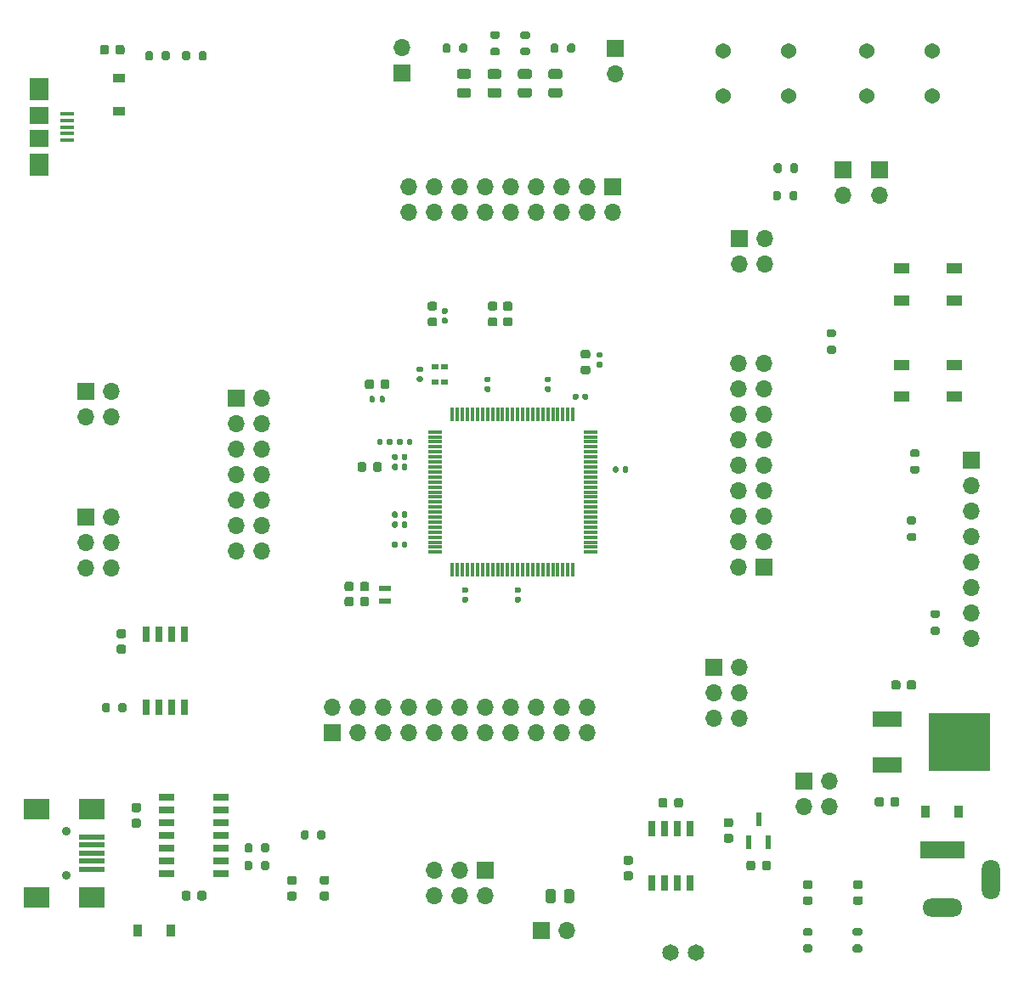
<source format=gbr>
G04 #@! TF.GenerationSoftware,KiCad,Pcbnew,(5.1.8)-1*
G04 #@! TF.CreationDate,2021-10-17T21:26:55-06:00*
G04 #@! TF.ProjectId,SAMduino,53414d64-7569-46e6-9f2e-6b696361645f,rev?*
G04 #@! TF.SameCoordinates,Original*
G04 #@! TF.FileFunction,Soldermask,Top*
G04 #@! TF.FilePolarity,Negative*
%FSLAX46Y46*%
G04 Gerber Fmt 4.6, Leading zero omitted, Abs format (unit mm)*
G04 Created by KiCad (PCBNEW (5.1.8)-1) date 2021-10-17 21:26:55*
%MOMM*%
%LPD*%
G01*
G04 APERTURE LIST*
%ADD10R,1.200000X0.600000*%
%ADD11R,0.700000X0.500000*%
%ADD12R,0.700000X0.600000*%
%ADD13R,1.550000X1.000000*%
%ADD14C,1.540000*%
%ADD15O,1.700000X1.700000*%
%ADD16R,1.700000X1.700000*%
%ADD17C,1.650000*%
%ADD18C,0.900000*%
%ADD19R,2.500000X0.500000*%
%ADD20R,2.500000X2.000000*%
%ADD21R,1.400000X0.400000*%
%ADD22R,1.900000X2.300000*%
%ADD23R,1.900000X1.800000*%
%ADD24R,4.400000X1.800000*%
%ADD25O,4.000000X1.800000*%
%ADD26O,1.800000X4.000000*%
%ADD27R,0.650000X1.500000*%
%ADD28R,1.500000X0.650000*%
%ADD29R,0.700000X1.550000*%
%ADD30R,3.000000X1.600000*%
%ADD31R,6.200000X5.800000*%
%ADD32R,0.600000X1.400000*%
%ADD33R,0.300000X1.475000*%
%ADD34R,1.475000X0.300000*%
%ADD35R,0.900000X1.200000*%
%ADD36R,1.200000X0.900000*%
G04 APERTURE END LIST*
D10*
X70500000Y-112100000D03*
X70500000Y-110900000D03*
G36*
G01*
X62925000Y-135175000D02*
X62925000Y-135725000D01*
G75*
G02*
X62725000Y-135925000I-200000J0D01*
G01*
X62325000Y-135925000D01*
G75*
G02*
X62125000Y-135725000I0J200000D01*
G01*
X62125000Y-135175000D01*
G75*
G02*
X62325000Y-134975000I200000J0D01*
G01*
X62725000Y-134975000D01*
G75*
G02*
X62925000Y-135175000I0J-200000D01*
G01*
G37*
G36*
G01*
X64575000Y-135175000D02*
X64575000Y-135725000D01*
G75*
G02*
X64375000Y-135925000I-200000J0D01*
G01*
X63975000Y-135925000D01*
G75*
G02*
X63775000Y-135725000I0J200000D01*
G01*
X63775000Y-135175000D01*
G75*
G02*
X63975000Y-134975000I200000J0D01*
G01*
X64375000Y-134975000D01*
G75*
G02*
X64575000Y-135175000I0J-200000D01*
G01*
G37*
D11*
X76475000Y-88725000D03*
X76475000Y-90275000D03*
X75525000Y-90275000D03*
D12*
X75525000Y-88775000D03*
D13*
X122025000Y-78950000D03*
X127275000Y-78950000D03*
X122025000Y-82150000D03*
X127275000Y-82150000D03*
X122025000Y-88550000D03*
X127275000Y-88550000D03*
X122025000Y-91750000D03*
X127275000Y-91750000D03*
D14*
X104250000Y-57250000D03*
X110750000Y-57250000D03*
X104250000Y-61750000D03*
X110750000Y-61750000D03*
X118550000Y-57250000D03*
X125050000Y-57250000D03*
X118550000Y-61750000D03*
X125050000Y-61750000D03*
G36*
G01*
X112375000Y-146375000D02*
X112925000Y-146375000D01*
G75*
G02*
X113125000Y-146575000I0J-200000D01*
G01*
X113125000Y-146975000D01*
G75*
G02*
X112925000Y-147175000I-200000J0D01*
G01*
X112375000Y-147175000D01*
G75*
G02*
X112175000Y-146975000I0J200000D01*
G01*
X112175000Y-146575000D01*
G75*
G02*
X112375000Y-146375000I200000J0D01*
G01*
G37*
G36*
G01*
X112375000Y-144725000D02*
X112925000Y-144725000D01*
G75*
G02*
X113125000Y-144925000I0J-200000D01*
G01*
X113125000Y-145325000D01*
G75*
G02*
X112925000Y-145525000I-200000J0D01*
G01*
X112375000Y-145525000D01*
G75*
G02*
X112175000Y-145325000I0J200000D01*
G01*
X112175000Y-144925000D01*
G75*
G02*
X112375000Y-144725000I200000J0D01*
G01*
G37*
G36*
G01*
X117325000Y-146375000D02*
X117875000Y-146375000D01*
G75*
G02*
X118075000Y-146575000I0J-200000D01*
G01*
X118075000Y-146975000D01*
G75*
G02*
X117875000Y-147175000I-200000J0D01*
G01*
X117325000Y-147175000D01*
G75*
G02*
X117125000Y-146975000I0J200000D01*
G01*
X117125000Y-146575000D01*
G75*
G02*
X117325000Y-146375000I200000J0D01*
G01*
G37*
G36*
G01*
X117325000Y-144725000D02*
X117875000Y-144725000D01*
G75*
G02*
X118075000Y-144925000I0J-200000D01*
G01*
X118075000Y-145325000D01*
G75*
G02*
X117875000Y-145525000I-200000J0D01*
G01*
X117325000Y-145525000D01*
G75*
G02*
X117125000Y-145325000I0J200000D01*
G01*
X117125000Y-144925000D01*
G75*
G02*
X117325000Y-144725000I200000J0D01*
G01*
G37*
G36*
G01*
X122725000Y-105325000D02*
X123275000Y-105325000D01*
G75*
G02*
X123475000Y-105525000I0J-200000D01*
G01*
X123475000Y-105925000D01*
G75*
G02*
X123275000Y-106125000I-200000J0D01*
G01*
X122725000Y-106125000D01*
G75*
G02*
X122525000Y-105925000I0J200000D01*
G01*
X122525000Y-105525000D01*
G75*
G02*
X122725000Y-105325000I200000J0D01*
G01*
G37*
G36*
G01*
X122725000Y-103675000D02*
X123275000Y-103675000D01*
G75*
G02*
X123475000Y-103875000I0J-200000D01*
G01*
X123475000Y-104275000D01*
G75*
G02*
X123275000Y-104475000I-200000J0D01*
G01*
X122725000Y-104475000D01*
G75*
G02*
X122525000Y-104275000I0J200000D01*
G01*
X122525000Y-103875000D01*
G75*
G02*
X122725000Y-103675000I200000J0D01*
G01*
G37*
G36*
G01*
X123575000Y-97775000D02*
X123025000Y-97775000D01*
G75*
G02*
X122825000Y-97575000I0J200000D01*
G01*
X122825000Y-97175000D01*
G75*
G02*
X123025000Y-96975000I200000J0D01*
G01*
X123575000Y-96975000D01*
G75*
G02*
X123775000Y-97175000I0J-200000D01*
G01*
X123775000Y-97575000D01*
G75*
G02*
X123575000Y-97775000I-200000J0D01*
G01*
G37*
G36*
G01*
X123575000Y-99425000D02*
X123025000Y-99425000D01*
G75*
G02*
X122825000Y-99225000I0J200000D01*
G01*
X122825000Y-98825000D01*
G75*
G02*
X123025000Y-98625000I200000J0D01*
G01*
X123575000Y-98625000D01*
G75*
G02*
X123775000Y-98825000I0J-200000D01*
G01*
X123775000Y-99225000D01*
G75*
G02*
X123575000Y-99425000I-200000J0D01*
G01*
G37*
G36*
G01*
X109975000Y-71425000D02*
X109975000Y-71975000D01*
G75*
G02*
X109775000Y-72175000I-200000J0D01*
G01*
X109375000Y-72175000D01*
G75*
G02*
X109175000Y-71975000I0J200000D01*
G01*
X109175000Y-71425000D01*
G75*
G02*
X109375000Y-71225000I200000J0D01*
G01*
X109775000Y-71225000D01*
G75*
G02*
X109975000Y-71425000I0J-200000D01*
G01*
G37*
G36*
G01*
X111625000Y-71425000D02*
X111625000Y-71975000D01*
G75*
G02*
X111425000Y-72175000I-200000J0D01*
G01*
X111025000Y-72175000D01*
G75*
G02*
X110825000Y-71975000I0J200000D01*
G01*
X110825000Y-71425000D01*
G75*
G02*
X111025000Y-71225000I200000J0D01*
G01*
X111425000Y-71225000D01*
G75*
G02*
X111625000Y-71425000I0J-200000D01*
G01*
G37*
G36*
G01*
X110050000Y-68675000D02*
X110050000Y-69225000D01*
G75*
G02*
X109850000Y-69425000I-200000J0D01*
G01*
X109450000Y-69425000D01*
G75*
G02*
X109250000Y-69225000I0J200000D01*
G01*
X109250000Y-68675000D01*
G75*
G02*
X109450000Y-68475000I200000J0D01*
G01*
X109850000Y-68475000D01*
G75*
G02*
X110050000Y-68675000I0J-200000D01*
G01*
G37*
G36*
G01*
X111700000Y-68675000D02*
X111700000Y-69225000D01*
G75*
G02*
X111500000Y-69425000I-200000J0D01*
G01*
X111100000Y-69425000D01*
G75*
G02*
X110900000Y-69225000I0J200000D01*
G01*
X110900000Y-68675000D01*
G75*
G02*
X111100000Y-68475000I200000J0D01*
G01*
X111500000Y-68475000D01*
G75*
G02*
X111700000Y-68675000I0J-200000D01*
G01*
G37*
G36*
G01*
X115275000Y-85825000D02*
X114725000Y-85825000D01*
G75*
G02*
X114525000Y-85625000I0J200000D01*
G01*
X114525000Y-85225000D01*
G75*
G02*
X114725000Y-85025000I200000J0D01*
G01*
X115275000Y-85025000D01*
G75*
G02*
X115475000Y-85225000I0J-200000D01*
G01*
X115475000Y-85625000D01*
G75*
G02*
X115275000Y-85825000I-200000J0D01*
G01*
G37*
G36*
G01*
X115275000Y-87475000D02*
X114725000Y-87475000D01*
G75*
G02*
X114525000Y-87275000I0J200000D01*
G01*
X114525000Y-86875000D01*
G75*
G02*
X114725000Y-86675000I200000J0D01*
G01*
X115275000Y-86675000D01*
G75*
G02*
X115475000Y-86875000I0J-200000D01*
G01*
X115475000Y-87275000D01*
G75*
G02*
X115275000Y-87475000I-200000J0D01*
G01*
G37*
G36*
G01*
X87825000Y-56725000D02*
X87825000Y-57275000D01*
G75*
G02*
X87625000Y-57475000I-200000J0D01*
G01*
X87225000Y-57475000D01*
G75*
G02*
X87025000Y-57275000I0J200000D01*
G01*
X87025000Y-56725000D01*
G75*
G02*
X87225000Y-56525000I200000J0D01*
G01*
X87625000Y-56525000D01*
G75*
G02*
X87825000Y-56725000I0J-200000D01*
G01*
G37*
G36*
G01*
X89475000Y-56725000D02*
X89475000Y-57275000D01*
G75*
G02*
X89275000Y-57475000I-200000J0D01*
G01*
X88875000Y-57475000D01*
G75*
G02*
X88675000Y-57275000I0J200000D01*
G01*
X88675000Y-56725000D01*
G75*
G02*
X88875000Y-56525000I200000J0D01*
G01*
X89275000Y-56525000D01*
G75*
G02*
X89475000Y-56725000I0J-200000D01*
G01*
G37*
G36*
G01*
X84225000Y-56925000D02*
X84775000Y-56925000D01*
G75*
G02*
X84975000Y-57125000I0J-200000D01*
G01*
X84975000Y-57525000D01*
G75*
G02*
X84775000Y-57725000I-200000J0D01*
G01*
X84225000Y-57725000D01*
G75*
G02*
X84025000Y-57525000I0J200000D01*
G01*
X84025000Y-57125000D01*
G75*
G02*
X84225000Y-56925000I200000J0D01*
G01*
G37*
G36*
G01*
X84225000Y-55275000D02*
X84775000Y-55275000D01*
G75*
G02*
X84975000Y-55475000I0J-200000D01*
G01*
X84975000Y-55875000D01*
G75*
G02*
X84775000Y-56075000I-200000J0D01*
G01*
X84225000Y-56075000D01*
G75*
G02*
X84025000Y-55875000I0J200000D01*
G01*
X84025000Y-55475000D01*
G75*
G02*
X84225000Y-55275000I200000J0D01*
G01*
G37*
G36*
G01*
X81225000Y-56925000D02*
X81775000Y-56925000D01*
G75*
G02*
X81975000Y-57125000I0J-200000D01*
G01*
X81975000Y-57525000D01*
G75*
G02*
X81775000Y-57725000I-200000J0D01*
G01*
X81225000Y-57725000D01*
G75*
G02*
X81025000Y-57525000I0J200000D01*
G01*
X81025000Y-57125000D01*
G75*
G02*
X81225000Y-56925000I200000J0D01*
G01*
G37*
G36*
G01*
X81225000Y-55275000D02*
X81775000Y-55275000D01*
G75*
G02*
X81975000Y-55475000I0J-200000D01*
G01*
X81975000Y-55875000D01*
G75*
G02*
X81775000Y-56075000I-200000J0D01*
G01*
X81225000Y-56075000D01*
G75*
G02*
X81025000Y-55875000I0J200000D01*
G01*
X81025000Y-55475000D01*
G75*
G02*
X81225000Y-55275000I200000J0D01*
G01*
G37*
G36*
G01*
X77925000Y-57275000D02*
X77925000Y-56725000D01*
G75*
G02*
X78125000Y-56525000I200000J0D01*
G01*
X78525000Y-56525000D01*
G75*
G02*
X78725000Y-56725000I0J-200000D01*
G01*
X78725000Y-57275000D01*
G75*
G02*
X78525000Y-57475000I-200000J0D01*
G01*
X78125000Y-57475000D01*
G75*
G02*
X77925000Y-57275000I0J200000D01*
G01*
G37*
G36*
G01*
X76275000Y-57275000D02*
X76275000Y-56725000D01*
G75*
G02*
X76475000Y-56525000I200000J0D01*
G01*
X76875000Y-56525000D01*
G75*
G02*
X77075000Y-56725000I0J-200000D01*
G01*
X77075000Y-57275000D01*
G75*
G02*
X76875000Y-57475000I-200000J0D01*
G01*
X76475000Y-57475000D01*
G75*
G02*
X76275000Y-57275000I0J200000D01*
G01*
G37*
G36*
G01*
X125625000Y-113825000D02*
X125075000Y-113825000D01*
G75*
G02*
X124875000Y-113625000I0J200000D01*
G01*
X124875000Y-113225000D01*
G75*
G02*
X125075000Y-113025000I200000J0D01*
G01*
X125625000Y-113025000D01*
G75*
G02*
X125825000Y-113225000I0J-200000D01*
G01*
X125825000Y-113625000D01*
G75*
G02*
X125625000Y-113825000I-200000J0D01*
G01*
G37*
G36*
G01*
X125625000Y-115475000D02*
X125075000Y-115475000D01*
G75*
G02*
X124875000Y-115275000I0J200000D01*
G01*
X124875000Y-114875000D01*
G75*
G02*
X125075000Y-114675000I200000J0D01*
G01*
X125625000Y-114675000D01*
G75*
G02*
X125825000Y-114875000I0J-200000D01*
G01*
X125825000Y-115275000D01*
G75*
G02*
X125625000Y-115475000I-200000J0D01*
G01*
G37*
G36*
G01*
X88350000Y-142000002D02*
X88350000Y-141099998D01*
G75*
G02*
X88599998Y-140850000I249998J0D01*
G01*
X89125002Y-140850000D01*
G75*
G02*
X89375000Y-141099998I0J-249998D01*
G01*
X89375000Y-142000002D01*
G75*
G02*
X89125002Y-142250000I-249998J0D01*
G01*
X88599998Y-142250000D01*
G75*
G02*
X88350000Y-142000002I0J249998D01*
G01*
G37*
G36*
G01*
X86525000Y-142000002D02*
X86525000Y-141099998D01*
G75*
G02*
X86774998Y-140850000I249998J0D01*
G01*
X87300002Y-140850000D01*
G75*
G02*
X87550000Y-141099998I0J-249998D01*
G01*
X87550000Y-142000002D01*
G75*
G02*
X87300002Y-142250000I-249998J0D01*
G01*
X86774998Y-142250000D01*
G75*
G02*
X86525000Y-142000002I0J249998D01*
G01*
G37*
G36*
G01*
X58175000Y-137025000D02*
X58175000Y-136475000D01*
G75*
G02*
X58375000Y-136275000I200000J0D01*
G01*
X58775000Y-136275000D01*
G75*
G02*
X58975000Y-136475000I0J-200000D01*
G01*
X58975000Y-137025000D01*
G75*
G02*
X58775000Y-137225000I-200000J0D01*
G01*
X58375000Y-137225000D01*
G75*
G02*
X58175000Y-137025000I0J200000D01*
G01*
G37*
G36*
G01*
X56525000Y-137025000D02*
X56525000Y-136475000D01*
G75*
G02*
X56725000Y-136275000I200000J0D01*
G01*
X57125000Y-136275000D01*
G75*
G02*
X57325000Y-136475000I0J-200000D01*
G01*
X57325000Y-137025000D01*
G75*
G02*
X57125000Y-137225000I-200000J0D01*
G01*
X56725000Y-137225000D01*
G75*
G02*
X56525000Y-137025000I0J200000D01*
G01*
G37*
G36*
G01*
X58175000Y-138775000D02*
X58175000Y-138225000D01*
G75*
G02*
X58375000Y-138025000I200000J0D01*
G01*
X58775000Y-138025000D01*
G75*
G02*
X58975000Y-138225000I0J-200000D01*
G01*
X58975000Y-138775000D01*
G75*
G02*
X58775000Y-138975000I-200000J0D01*
G01*
X58375000Y-138975000D01*
G75*
G02*
X58175000Y-138775000I0J200000D01*
G01*
G37*
G36*
G01*
X56525000Y-138775000D02*
X56525000Y-138225000D01*
G75*
G02*
X56725000Y-138025000I200000J0D01*
G01*
X57125000Y-138025000D01*
G75*
G02*
X57325000Y-138225000I0J-200000D01*
G01*
X57325000Y-138775000D01*
G75*
G02*
X57125000Y-138975000I-200000J0D01*
G01*
X56725000Y-138975000D01*
G75*
G02*
X56525000Y-138775000I0J200000D01*
G01*
G37*
G36*
G01*
X43975000Y-123025000D02*
X43975000Y-122475000D01*
G75*
G02*
X44175000Y-122275000I200000J0D01*
G01*
X44575000Y-122275000D01*
G75*
G02*
X44775000Y-122475000I0J-200000D01*
G01*
X44775000Y-123025000D01*
G75*
G02*
X44575000Y-123225000I-200000J0D01*
G01*
X44175000Y-123225000D01*
G75*
G02*
X43975000Y-123025000I0J200000D01*
G01*
G37*
G36*
G01*
X42325000Y-123025000D02*
X42325000Y-122475000D01*
G75*
G02*
X42525000Y-122275000I200000J0D01*
G01*
X42925000Y-122275000D01*
G75*
G02*
X43125000Y-122475000I0J-200000D01*
G01*
X43125000Y-123025000D01*
G75*
G02*
X42925000Y-123225000I-200000J0D01*
G01*
X42525000Y-123225000D01*
G75*
G02*
X42325000Y-123025000I0J200000D01*
G01*
G37*
G36*
G01*
X48275000Y-58025000D02*
X48275000Y-57475000D01*
G75*
G02*
X48475000Y-57275000I200000J0D01*
G01*
X48875000Y-57275000D01*
G75*
G02*
X49075000Y-57475000I0J-200000D01*
G01*
X49075000Y-58025000D01*
G75*
G02*
X48875000Y-58225000I-200000J0D01*
G01*
X48475000Y-58225000D01*
G75*
G02*
X48275000Y-58025000I0J200000D01*
G01*
G37*
G36*
G01*
X46625000Y-58025000D02*
X46625000Y-57475000D01*
G75*
G02*
X46825000Y-57275000I200000J0D01*
G01*
X47225000Y-57275000D01*
G75*
G02*
X47425000Y-57475000I0J-200000D01*
G01*
X47425000Y-58025000D01*
G75*
G02*
X47225000Y-58225000I-200000J0D01*
G01*
X46825000Y-58225000D01*
G75*
G02*
X46625000Y-58025000I0J200000D01*
G01*
G37*
G36*
G01*
X51975000Y-58025000D02*
X51975000Y-57475000D01*
G75*
G02*
X52175000Y-57275000I200000J0D01*
G01*
X52575000Y-57275000D01*
G75*
G02*
X52775000Y-57475000I0J-200000D01*
G01*
X52775000Y-58025000D01*
G75*
G02*
X52575000Y-58225000I-200000J0D01*
G01*
X52175000Y-58225000D01*
G75*
G02*
X51975000Y-58025000I0J200000D01*
G01*
G37*
G36*
G01*
X50325000Y-58025000D02*
X50325000Y-57475000D01*
G75*
G02*
X50525000Y-57275000I200000J0D01*
G01*
X50925000Y-57275000D01*
G75*
G02*
X51125000Y-57475000I0J-200000D01*
G01*
X51125000Y-58025000D01*
G75*
G02*
X50925000Y-58225000I-200000J0D01*
G01*
X50525000Y-58225000D01*
G75*
G02*
X50325000Y-58025000I0J200000D01*
G01*
G37*
G36*
G01*
X69510000Y-91815000D02*
X69510000Y-92185000D01*
G75*
G02*
X69375000Y-92320000I-135000J0D01*
G01*
X69105000Y-92320000D01*
G75*
G02*
X68970000Y-92185000I0J135000D01*
G01*
X68970000Y-91815000D01*
G75*
G02*
X69105000Y-91680000I135000J0D01*
G01*
X69375000Y-91680000D01*
G75*
G02*
X69510000Y-91815000I0J-135000D01*
G01*
G37*
G36*
G01*
X70530000Y-91815000D02*
X70530000Y-92185000D01*
G75*
G02*
X70395000Y-92320000I-135000J0D01*
G01*
X70125000Y-92320000D01*
G75*
G02*
X69990000Y-92185000I0J135000D01*
G01*
X69990000Y-91815000D01*
G75*
G02*
X70125000Y-91680000I135000J0D01*
G01*
X70395000Y-91680000D01*
G75*
G02*
X70530000Y-91815000I0J-135000D01*
G01*
G37*
G36*
G01*
X75506250Y-83150000D02*
X74993750Y-83150000D01*
G75*
G02*
X74775000Y-82931250I0J218750D01*
G01*
X74775000Y-82493750D01*
G75*
G02*
X74993750Y-82275000I218750J0D01*
G01*
X75506250Y-82275000D01*
G75*
G02*
X75725000Y-82493750I0J-218750D01*
G01*
X75725000Y-82931250D01*
G75*
G02*
X75506250Y-83150000I-218750J0D01*
G01*
G37*
G36*
G01*
X75506250Y-84725000D02*
X74993750Y-84725000D01*
G75*
G02*
X74775000Y-84506250I0J218750D01*
G01*
X74775000Y-84068750D01*
G75*
G02*
X74993750Y-83850000I218750J0D01*
G01*
X75506250Y-83850000D01*
G75*
G02*
X75725000Y-84068750I0J-218750D01*
G01*
X75725000Y-84506250D01*
G75*
G02*
X75506250Y-84725000I-218750J0D01*
G01*
G37*
G36*
G01*
X90243750Y-88650000D02*
X90756250Y-88650000D01*
G75*
G02*
X90975000Y-88868750I0J-218750D01*
G01*
X90975000Y-89306250D01*
G75*
G02*
X90756250Y-89525000I-218750J0D01*
G01*
X90243750Y-89525000D01*
G75*
G02*
X90025000Y-89306250I0J218750D01*
G01*
X90025000Y-88868750D01*
G75*
G02*
X90243750Y-88650000I218750J0D01*
G01*
G37*
G36*
G01*
X90243750Y-87075000D02*
X90756250Y-87075000D01*
G75*
G02*
X90975000Y-87293750I0J-218750D01*
G01*
X90975000Y-87731250D01*
G75*
G02*
X90756250Y-87950000I-218750J0D01*
G01*
X90243750Y-87950000D01*
G75*
G02*
X90025000Y-87731250I0J218750D01*
G01*
X90025000Y-87293750D01*
G75*
G02*
X90243750Y-87075000I218750J0D01*
G01*
G37*
G36*
G01*
X68650000Y-98493750D02*
X68650000Y-99006250D01*
G75*
G02*
X68431250Y-99225000I-218750J0D01*
G01*
X67993750Y-99225000D01*
G75*
G02*
X67775000Y-99006250I0J218750D01*
G01*
X67775000Y-98493750D01*
G75*
G02*
X67993750Y-98275000I218750J0D01*
G01*
X68431250Y-98275000D01*
G75*
G02*
X68650000Y-98493750I0J-218750D01*
G01*
G37*
G36*
G01*
X70225000Y-98493750D02*
X70225000Y-99006250D01*
G75*
G02*
X70006250Y-99225000I-218750J0D01*
G01*
X69568750Y-99225000D01*
G75*
G02*
X69350000Y-99006250I0J218750D01*
G01*
X69350000Y-98493750D01*
G75*
G02*
X69568750Y-98275000I218750J0D01*
G01*
X70006250Y-98275000D01*
G75*
G02*
X70225000Y-98493750I0J-218750D01*
G01*
G37*
G36*
G01*
X81506250Y-83150000D02*
X80993750Y-83150000D01*
G75*
G02*
X80775000Y-82931250I0J218750D01*
G01*
X80775000Y-82493750D01*
G75*
G02*
X80993750Y-82275000I218750J0D01*
G01*
X81506250Y-82275000D01*
G75*
G02*
X81725000Y-82493750I0J-218750D01*
G01*
X81725000Y-82931250D01*
G75*
G02*
X81506250Y-83150000I-218750J0D01*
G01*
G37*
G36*
G01*
X81506250Y-84725000D02*
X80993750Y-84725000D01*
G75*
G02*
X80775000Y-84506250I0J218750D01*
G01*
X80775000Y-84068750D01*
G75*
G02*
X80993750Y-83850000I218750J0D01*
G01*
X81506250Y-83850000D01*
G75*
G02*
X81725000Y-84068750I0J-218750D01*
G01*
X81725000Y-84506250D01*
G75*
G02*
X81506250Y-84725000I-218750J0D01*
G01*
G37*
D15*
X128950000Y-115880000D03*
X128950000Y-113340000D03*
X128950000Y-110800000D03*
X128950000Y-108260000D03*
X128950000Y-105720000D03*
X128950000Y-103180000D03*
X128950000Y-100640000D03*
D16*
X128950000Y-98100000D03*
D15*
X105790000Y-123830000D03*
X103250000Y-123830000D03*
X105790000Y-121290000D03*
X103250000Y-121290000D03*
X105790000Y-118750000D03*
D16*
X103250000Y-118750000D03*
D15*
X43290000Y-93790000D03*
X40750000Y-93790000D03*
X43290000Y-91250000D03*
D16*
X40750000Y-91250000D03*
D15*
X75420000Y-141540000D03*
X75420000Y-139000000D03*
X77960000Y-141540000D03*
X77960000Y-139000000D03*
X80500000Y-141540000D03*
D16*
X80500000Y-139000000D03*
D15*
X119800000Y-71690000D03*
D16*
X119800000Y-69150000D03*
D15*
X43290000Y-108790000D03*
X40750000Y-108790000D03*
X43290000Y-106250000D03*
X40750000Y-106250000D03*
X43290000Y-103710000D03*
D16*
X40750000Y-103710000D03*
D15*
X108390000Y-78490000D03*
X105850000Y-78490000D03*
X108390000Y-75950000D03*
D16*
X105850000Y-75950000D03*
D15*
X116150000Y-71690000D03*
D16*
X116150000Y-69150000D03*
D15*
X72900000Y-73390000D03*
X72900000Y-70850000D03*
X75440000Y-73390000D03*
X75440000Y-70850000D03*
X77980000Y-73390000D03*
X77980000Y-70850000D03*
X80520000Y-73390000D03*
X80520000Y-70850000D03*
X83060000Y-73390000D03*
X83060000Y-70850000D03*
X85600000Y-73390000D03*
X85600000Y-70850000D03*
X88140000Y-73390000D03*
X88140000Y-70850000D03*
X90680000Y-73390000D03*
X90680000Y-70850000D03*
X93220000Y-73390000D03*
D16*
X93220000Y-70850000D03*
D15*
X105710000Y-88430000D03*
X108250000Y-88430000D03*
X105710000Y-90970000D03*
X108250000Y-90970000D03*
X105710000Y-93510000D03*
X108250000Y-93510000D03*
X105710000Y-96050000D03*
X108250000Y-96050000D03*
X105710000Y-98590000D03*
X108250000Y-98590000D03*
X105710000Y-101130000D03*
X108250000Y-101130000D03*
X105710000Y-103670000D03*
X108250000Y-103670000D03*
X105710000Y-106210000D03*
X108250000Y-106210000D03*
X105710000Y-108750000D03*
D16*
X108250000Y-108750000D03*
D15*
X90700000Y-122710000D03*
X90700000Y-125250000D03*
X88160000Y-122710000D03*
X88160000Y-125250000D03*
X85620000Y-122710000D03*
X85620000Y-125250000D03*
X83080000Y-122710000D03*
X83080000Y-125250000D03*
X80540000Y-122710000D03*
X80540000Y-125250000D03*
X78000000Y-122710000D03*
X78000000Y-125250000D03*
X75460000Y-122710000D03*
X75460000Y-125250000D03*
X72920000Y-122710000D03*
X72920000Y-125250000D03*
X70380000Y-122710000D03*
X70380000Y-125250000D03*
X67840000Y-122710000D03*
X67840000Y-125250000D03*
X65300000Y-122710000D03*
D16*
X65300000Y-125250000D03*
D15*
X58250000Y-107120000D03*
X55710000Y-107120000D03*
X58250000Y-104580000D03*
X55710000Y-104580000D03*
X58250000Y-102040000D03*
X55710000Y-102040000D03*
X58250000Y-99500000D03*
X55710000Y-99500000D03*
X58250000Y-96960000D03*
X55710000Y-96960000D03*
X58250000Y-94420000D03*
X55710000Y-94420000D03*
X58250000Y-91880000D03*
D16*
X55710000Y-91880000D03*
D15*
X93500000Y-59540000D03*
D16*
X93500000Y-57000000D03*
D15*
X72250000Y-56960000D03*
D16*
X72250000Y-59500000D03*
D17*
X101520000Y-147150000D03*
X98980000Y-147150000D03*
D15*
X88640000Y-145000000D03*
D16*
X86100000Y-145000000D03*
D18*
X38750000Y-139450000D03*
X38750000Y-135050000D03*
D19*
X41350000Y-138850000D03*
X41350000Y-138050000D03*
X41350000Y-137250000D03*
X41350000Y-136450000D03*
X41350000Y-135650000D03*
D20*
X41350000Y-141650000D03*
X41350000Y-132850000D03*
X35850000Y-141650000D03*
X35850000Y-132850000D03*
D21*
X38900000Y-63550000D03*
X38900000Y-64200000D03*
X38900000Y-64850000D03*
X38900000Y-65500000D03*
X38900000Y-66150000D03*
D22*
X36050000Y-61100000D03*
X36050000Y-68600000D03*
D23*
X36050000Y-63700000D03*
X36050000Y-66000000D03*
D15*
X114790000Y-132590000D03*
X112250000Y-132590000D03*
X114790000Y-130050000D03*
D16*
X112250000Y-130050000D03*
D24*
X126050000Y-136900000D03*
D25*
X126050000Y-142700000D03*
D26*
X130850000Y-139900000D03*
D27*
X100905000Y-140200000D03*
X99635000Y-140200000D03*
X98365000Y-140200000D03*
X97095000Y-140200000D03*
X97095000Y-134800000D03*
X98365000Y-134800000D03*
X99635000Y-134800000D03*
X100905000Y-134800000D03*
D28*
X48800000Y-139310000D03*
X48800000Y-138040000D03*
X48800000Y-136770000D03*
X48800000Y-135500000D03*
X48800000Y-134230000D03*
X48800000Y-132960000D03*
X48800000Y-131690000D03*
X54200000Y-131690000D03*
X54200000Y-132960000D03*
X54200000Y-134230000D03*
X54200000Y-135500000D03*
X54200000Y-136770000D03*
X54200000Y-138040000D03*
X54200000Y-139310000D03*
D29*
X46745000Y-115400000D03*
X48015000Y-115400000D03*
X49285000Y-115400000D03*
X50555000Y-115400000D03*
X50555000Y-122700000D03*
X49285000Y-122700000D03*
X48015000Y-122700000D03*
X46745000Y-122700000D03*
D30*
X120600000Y-128435000D03*
D31*
X127780000Y-126150000D03*
D30*
X120600000Y-123865000D03*
D32*
X107750000Y-133850000D03*
X108700000Y-136150000D03*
X106800000Y-136150000D03*
D33*
X77250000Y-93512000D03*
X77750000Y-93512000D03*
X78250000Y-93512000D03*
X78750000Y-93512000D03*
X79250000Y-93512000D03*
X79750000Y-93512000D03*
X80250000Y-93512000D03*
X80750000Y-93512000D03*
X81250000Y-93512000D03*
X81750000Y-93512000D03*
X82250000Y-93512000D03*
X82750000Y-93512000D03*
X83250000Y-93512000D03*
X83750000Y-93512000D03*
X84250000Y-93512000D03*
X84750000Y-93512000D03*
X85250000Y-93512000D03*
X85750000Y-93512000D03*
X86250000Y-93512000D03*
X86750000Y-93512000D03*
X87250000Y-93512000D03*
X87750000Y-93512000D03*
X88250000Y-93512000D03*
X88750000Y-93512000D03*
X89250000Y-93512000D03*
D34*
X90988000Y-95250000D03*
X90988000Y-95750000D03*
X90988000Y-96250000D03*
X90988000Y-96750000D03*
X90988000Y-97250000D03*
X90988000Y-97750000D03*
X90988000Y-98250000D03*
X90988000Y-98750000D03*
X90988000Y-99250000D03*
X90988000Y-99750000D03*
X90988000Y-100250000D03*
X90988000Y-100750000D03*
X90988000Y-101250000D03*
X90988000Y-101750000D03*
X90988000Y-102250000D03*
X90988000Y-102750000D03*
X90988000Y-103250000D03*
X90988000Y-103750000D03*
X90988000Y-104250000D03*
X90988000Y-104750000D03*
X90988000Y-105250000D03*
X90988000Y-105750000D03*
X90988000Y-106250000D03*
X90988000Y-106750000D03*
X90988000Y-107250000D03*
D33*
X89250000Y-108988000D03*
X88750000Y-108988000D03*
X88250000Y-108988000D03*
X87750000Y-108988000D03*
X87250000Y-108988000D03*
X86750000Y-108988000D03*
X86250000Y-108988000D03*
X85750000Y-108988000D03*
X85250000Y-108988000D03*
X84750000Y-108988000D03*
X84250000Y-108988000D03*
X83750000Y-108988000D03*
X83250000Y-108988000D03*
X82750000Y-108988000D03*
X82250000Y-108988000D03*
X81750000Y-108988000D03*
X81250000Y-108988000D03*
X80750000Y-108988000D03*
X80250000Y-108988000D03*
X79750000Y-108988000D03*
X79250000Y-108988000D03*
X78750000Y-108988000D03*
X78250000Y-108988000D03*
X77750000Y-108988000D03*
X77250000Y-108988000D03*
D34*
X75512000Y-107250000D03*
X75512000Y-106750000D03*
X75512000Y-106250000D03*
X75512000Y-105750000D03*
X75512000Y-105250000D03*
X75512000Y-104750000D03*
X75512000Y-104250000D03*
X75512000Y-103750000D03*
X75512000Y-103250000D03*
X75512000Y-102750000D03*
X75512000Y-102250000D03*
X75512000Y-101750000D03*
X75512000Y-101250000D03*
X75512000Y-100750000D03*
X75512000Y-100250000D03*
X75512000Y-99750000D03*
X75512000Y-99250000D03*
X75512000Y-98750000D03*
X75512000Y-98250000D03*
X75512000Y-97750000D03*
X75512000Y-97250000D03*
X75512000Y-96750000D03*
X75512000Y-96250000D03*
X75512000Y-95750000D03*
X75512000Y-95250000D03*
G36*
G01*
X112906250Y-140850000D02*
X112393750Y-140850000D01*
G75*
G02*
X112175000Y-140631250I0J218750D01*
G01*
X112175000Y-140193750D01*
G75*
G02*
X112393750Y-139975000I218750J0D01*
G01*
X112906250Y-139975000D01*
G75*
G02*
X113125000Y-140193750I0J-218750D01*
G01*
X113125000Y-140631250D01*
G75*
G02*
X112906250Y-140850000I-218750J0D01*
G01*
G37*
G36*
G01*
X112906250Y-142425000D02*
X112393750Y-142425000D01*
G75*
G02*
X112175000Y-142206250I0J218750D01*
G01*
X112175000Y-141768750D01*
G75*
G02*
X112393750Y-141550000I218750J0D01*
G01*
X112906250Y-141550000D01*
G75*
G02*
X113125000Y-141768750I0J-218750D01*
G01*
X113125000Y-142206250D01*
G75*
G02*
X112906250Y-142425000I-218750J0D01*
G01*
G37*
D35*
X127700000Y-133150000D03*
X124400000Y-133150000D03*
G36*
G01*
X117906250Y-140850000D02*
X117393750Y-140850000D01*
G75*
G02*
X117175000Y-140631250I0J218750D01*
G01*
X117175000Y-140193750D01*
G75*
G02*
X117393750Y-139975000I218750J0D01*
G01*
X117906250Y-139975000D01*
G75*
G02*
X118125000Y-140193750I0J-218750D01*
G01*
X118125000Y-140631250D01*
G75*
G02*
X117906250Y-140850000I-218750J0D01*
G01*
G37*
G36*
G01*
X117906250Y-142425000D02*
X117393750Y-142425000D01*
G75*
G02*
X117175000Y-142206250I0J218750D01*
G01*
X117175000Y-141768750D01*
G75*
G02*
X117393750Y-141550000I218750J0D01*
G01*
X117906250Y-141550000D01*
G75*
G02*
X118125000Y-141768750I0J-218750D01*
G01*
X118125000Y-142206250D01*
G75*
G02*
X117906250Y-142425000I-218750J0D01*
G01*
G37*
G36*
G01*
X87956250Y-60050000D02*
X87043750Y-60050000D01*
G75*
G02*
X86800000Y-59806250I0J243750D01*
G01*
X86800000Y-59318750D01*
G75*
G02*
X87043750Y-59075000I243750J0D01*
G01*
X87956250Y-59075000D01*
G75*
G02*
X88200000Y-59318750I0J-243750D01*
G01*
X88200000Y-59806250D01*
G75*
G02*
X87956250Y-60050000I-243750J0D01*
G01*
G37*
G36*
G01*
X87956250Y-61925000D02*
X87043750Y-61925000D01*
G75*
G02*
X86800000Y-61681250I0J243750D01*
G01*
X86800000Y-61193750D01*
G75*
G02*
X87043750Y-60950000I243750J0D01*
G01*
X87956250Y-60950000D01*
G75*
G02*
X88200000Y-61193750I0J-243750D01*
G01*
X88200000Y-61681250D01*
G75*
G02*
X87956250Y-61925000I-243750J0D01*
G01*
G37*
G36*
G01*
X84922916Y-60050000D02*
X84010416Y-60050000D01*
G75*
G02*
X83766666Y-59806250I0J243750D01*
G01*
X83766666Y-59318750D01*
G75*
G02*
X84010416Y-59075000I243750J0D01*
G01*
X84922916Y-59075000D01*
G75*
G02*
X85166666Y-59318750I0J-243750D01*
G01*
X85166666Y-59806250D01*
G75*
G02*
X84922916Y-60050000I-243750J0D01*
G01*
G37*
G36*
G01*
X84922916Y-61925000D02*
X84010416Y-61925000D01*
G75*
G02*
X83766666Y-61681250I0J243750D01*
G01*
X83766666Y-61193750D01*
G75*
G02*
X84010416Y-60950000I243750J0D01*
G01*
X84922916Y-60950000D01*
G75*
G02*
X85166666Y-61193750I0J-243750D01*
G01*
X85166666Y-61681250D01*
G75*
G02*
X84922916Y-61925000I-243750J0D01*
G01*
G37*
G36*
G01*
X81889583Y-60050000D02*
X80977083Y-60050000D01*
G75*
G02*
X80733333Y-59806250I0J243750D01*
G01*
X80733333Y-59318750D01*
G75*
G02*
X80977083Y-59075000I243750J0D01*
G01*
X81889583Y-59075000D01*
G75*
G02*
X82133333Y-59318750I0J-243750D01*
G01*
X82133333Y-59806250D01*
G75*
G02*
X81889583Y-60050000I-243750J0D01*
G01*
G37*
G36*
G01*
X81889583Y-61925000D02*
X80977083Y-61925000D01*
G75*
G02*
X80733333Y-61681250I0J243750D01*
G01*
X80733333Y-61193750D01*
G75*
G02*
X80977083Y-60950000I243750J0D01*
G01*
X81889583Y-60950000D01*
G75*
G02*
X82133333Y-61193750I0J-243750D01*
G01*
X82133333Y-61681250D01*
G75*
G02*
X81889583Y-61925000I-243750J0D01*
G01*
G37*
G36*
G01*
X78856250Y-60050000D02*
X77943750Y-60050000D01*
G75*
G02*
X77700000Y-59806250I0J243750D01*
G01*
X77700000Y-59318750D01*
G75*
G02*
X77943750Y-59075000I243750J0D01*
G01*
X78856250Y-59075000D01*
G75*
G02*
X79100000Y-59318750I0J-243750D01*
G01*
X79100000Y-59806250D01*
G75*
G02*
X78856250Y-60050000I-243750J0D01*
G01*
G37*
G36*
G01*
X78856250Y-61925000D02*
X77943750Y-61925000D01*
G75*
G02*
X77700000Y-61681250I0J243750D01*
G01*
X77700000Y-61193750D01*
G75*
G02*
X77943750Y-60950000I243750J0D01*
G01*
X78856250Y-60950000D01*
G75*
G02*
X79100000Y-61193750I0J-243750D01*
G01*
X79100000Y-61681250D01*
G75*
G02*
X78856250Y-61925000I-243750J0D01*
G01*
G37*
G36*
G01*
X64243750Y-141100000D02*
X64756250Y-141100000D01*
G75*
G02*
X64975000Y-141318750I0J-218750D01*
G01*
X64975000Y-141756250D01*
G75*
G02*
X64756250Y-141975000I-218750J0D01*
G01*
X64243750Y-141975000D01*
G75*
G02*
X64025000Y-141756250I0J218750D01*
G01*
X64025000Y-141318750D01*
G75*
G02*
X64243750Y-141100000I218750J0D01*
G01*
G37*
G36*
G01*
X64243750Y-139525000D02*
X64756250Y-139525000D01*
G75*
G02*
X64975000Y-139743750I0J-218750D01*
G01*
X64975000Y-140181250D01*
G75*
G02*
X64756250Y-140400000I-218750J0D01*
G01*
X64243750Y-140400000D01*
G75*
G02*
X64025000Y-140181250I0J218750D01*
G01*
X64025000Y-139743750D01*
G75*
G02*
X64243750Y-139525000I218750J0D01*
G01*
G37*
G36*
G01*
X60993750Y-141100000D02*
X61506250Y-141100000D01*
G75*
G02*
X61725000Y-141318750I0J-218750D01*
G01*
X61725000Y-141756250D01*
G75*
G02*
X61506250Y-141975000I-218750J0D01*
G01*
X60993750Y-141975000D01*
G75*
G02*
X60775000Y-141756250I0J218750D01*
G01*
X60775000Y-141318750D01*
G75*
G02*
X60993750Y-141100000I218750J0D01*
G01*
G37*
G36*
G01*
X60993750Y-139525000D02*
X61506250Y-139525000D01*
G75*
G02*
X61725000Y-139743750I0J-218750D01*
G01*
X61725000Y-140181250D01*
G75*
G02*
X61506250Y-140400000I-218750J0D01*
G01*
X60993750Y-140400000D01*
G75*
G02*
X60775000Y-140181250I0J218750D01*
G01*
X60775000Y-139743750D01*
G75*
G02*
X60993750Y-139525000I218750J0D01*
G01*
G37*
X45850000Y-145000000D03*
X49150000Y-145000000D03*
D36*
X44050000Y-63300000D03*
X44050000Y-60000000D03*
G36*
G01*
X95000000Y-138425000D02*
X94500000Y-138425000D01*
G75*
G02*
X94275000Y-138200000I0J225000D01*
G01*
X94275000Y-137750000D01*
G75*
G02*
X94500000Y-137525000I225000J0D01*
G01*
X95000000Y-137525000D01*
G75*
G02*
X95225000Y-137750000I0J-225000D01*
G01*
X95225000Y-138200000D01*
G75*
G02*
X95000000Y-138425000I-225000J0D01*
G01*
G37*
G36*
G01*
X95000000Y-139975000D02*
X94500000Y-139975000D01*
G75*
G02*
X94275000Y-139750000I0J225000D01*
G01*
X94275000Y-139300000D01*
G75*
G02*
X94500000Y-139075000I225000J0D01*
G01*
X95000000Y-139075000D01*
G75*
G02*
X95225000Y-139300000I0J-225000D01*
G01*
X95225000Y-139750000D01*
G75*
G02*
X95000000Y-139975000I-225000J0D01*
G01*
G37*
G36*
G01*
X98675000Y-132000000D02*
X98675000Y-132500000D01*
G75*
G02*
X98450000Y-132725000I-225000J0D01*
G01*
X98000000Y-132725000D01*
G75*
G02*
X97775000Y-132500000I0J225000D01*
G01*
X97775000Y-132000000D01*
G75*
G02*
X98000000Y-131775000I225000J0D01*
G01*
X98450000Y-131775000D01*
G75*
G02*
X98675000Y-132000000I0J-225000D01*
G01*
G37*
G36*
G01*
X100225000Y-132000000D02*
X100225000Y-132500000D01*
G75*
G02*
X100000000Y-132725000I-225000J0D01*
G01*
X99550000Y-132725000D01*
G75*
G02*
X99325000Y-132500000I0J225000D01*
G01*
X99325000Y-132000000D01*
G75*
G02*
X99550000Y-131775000I225000J0D01*
G01*
X100000000Y-131775000D01*
G75*
G02*
X100225000Y-132000000I0J-225000D01*
G01*
G37*
G36*
G01*
X46000000Y-133175000D02*
X45500000Y-133175000D01*
G75*
G02*
X45275000Y-132950000I0J225000D01*
G01*
X45275000Y-132500000D01*
G75*
G02*
X45500000Y-132275000I225000J0D01*
G01*
X46000000Y-132275000D01*
G75*
G02*
X46225000Y-132500000I0J-225000D01*
G01*
X46225000Y-132950000D01*
G75*
G02*
X46000000Y-133175000I-225000J0D01*
G01*
G37*
G36*
G01*
X46000000Y-134725000D02*
X45500000Y-134725000D01*
G75*
G02*
X45275000Y-134500000I0J225000D01*
G01*
X45275000Y-134050000D01*
G75*
G02*
X45500000Y-133825000I225000J0D01*
G01*
X46000000Y-133825000D01*
G75*
G02*
X46225000Y-134050000I0J-225000D01*
G01*
X46225000Y-134500000D01*
G75*
G02*
X46000000Y-134725000I-225000J0D01*
G01*
G37*
G36*
G01*
X44500000Y-115825000D02*
X44000000Y-115825000D01*
G75*
G02*
X43775000Y-115600000I0J225000D01*
G01*
X43775000Y-115150000D01*
G75*
G02*
X44000000Y-114925000I225000J0D01*
G01*
X44500000Y-114925000D01*
G75*
G02*
X44725000Y-115150000I0J-225000D01*
G01*
X44725000Y-115600000D01*
G75*
G02*
X44500000Y-115825000I-225000J0D01*
G01*
G37*
G36*
G01*
X44500000Y-117375000D02*
X44000000Y-117375000D01*
G75*
G02*
X43775000Y-117150000I0J225000D01*
G01*
X43775000Y-116700000D01*
G75*
G02*
X44000000Y-116475000I225000J0D01*
G01*
X44500000Y-116475000D01*
G75*
G02*
X44725000Y-116700000I0J-225000D01*
G01*
X44725000Y-117150000D01*
G75*
G02*
X44500000Y-117375000I-225000J0D01*
G01*
G37*
G36*
G01*
X51825000Y-141750000D02*
X51825000Y-141250000D01*
G75*
G02*
X52050000Y-141025000I225000J0D01*
G01*
X52500000Y-141025000D01*
G75*
G02*
X52725000Y-141250000I0J-225000D01*
G01*
X52725000Y-141750000D01*
G75*
G02*
X52500000Y-141975000I-225000J0D01*
G01*
X52050000Y-141975000D01*
G75*
G02*
X51825000Y-141750000I0J225000D01*
G01*
G37*
G36*
G01*
X50275000Y-141750000D02*
X50275000Y-141250000D01*
G75*
G02*
X50500000Y-141025000I225000J0D01*
G01*
X50950000Y-141025000D01*
G75*
G02*
X51175000Y-141250000I0J-225000D01*
G01*
X51175000Y-141750000D01*
G75*
G02*
X50950000Y-141975000I-225000J0D01*
G01*
X50500000Y-141975000D01*
G75*
G02*
X50275000Y-141750000I0J225000D01*
G01*
G37*
G36*
G01*
X76640000Y-83490000D02*
X76300000Y-83490000D01*
G75*
G02*
X76160000Y-83350000I0J140000D01*
G01*
X76160000Y-83070000D01*
G75*
G02*
X76300000Y-82930000I140000J0D01*
G01*
X76640000Y-82930000D01*
G75*
G02*
X76780000Y-83070000I0J-140000D01*
G01*
X76780000Y-83350000D01*
G75*
G02*
X76640000Y-83490000I-140000J0D01*
G01*
G37*
G36*
G01*
X76640000Y-84450000D02*
X76300000Y-84450000D01*
G75*
G02*
X76160000Y-84310000I0J140000D01*
G01*
X76160000Y-84030000D01*
G75*
G02*
X76300000Y-83890000I140000J0D01*
G01*
X76640000Y-83890000D01*
G75*
G02*
X76780000Y-84030000I0J-140000D01*
G01*
X76780000Y-84310000D01*
G75*
G02*
X76640000Y-84450000I-140000J0D01*
G01*
G37*
G36*
G01*
X91730000Y-88250000D02*
X92070000Y-88250000D01*
G75*
G02*
X92210000Y-88390000I0J-140000D01*
G01*
X92210000Y-88670000D01*
G75*
G02*
X92070000Y-88810000I-140000J0D01*
G01*
X91730000Y-88810000D01*
G75*
G02*
X91590000Y-88670000I0J140000D01*
G01*
X91590000Y-88390000D01*
G75*
G02*
X91730000Y-88250000I140000J0D01*
G01*
G37*
G36*
G01*
X91730000Y-87290000D02*
X92070000Y-87290000D01*
G75*
G02*
X92210000Y-87430000I0J-140000D01*
G01*
X92210000Y-87710000D01*
G75*
G02*
X92070000Y-87850000I-140000J0D01*
G01*
X91730000Y-87850000D01*
G75*
G02*
X91590000Y-87710000I0J140000D01*
G01*
X91590000Y-87430000D01*
G75*
G02*
X91730000Y-87290000I140000J0D01*
G01*
G37*
G36*
G01*
X70700000Y-96420000D02*
X70700000Y-96080000D01*
G75*
G02*
X70840000Y-95940000I140000J0D01*
G01*
X71120000Y-95940000D01*
G75*
G02*
X71260000Y-96080000I0J-140000D01*
G01*
X71260000Y-96420000D01*
G75*
G02*
X71120000Y-96560000I-140000J0D01*
G01*
X70840000Y-96560000D01*
G75*
G02*
X70700000Y-96420000I0J140000D01*
G01*
G37*
G36*
G01*
X69740000Y-96420000D02*
X69740000Y-96080000D01*
G75*
G02*
X69880000Y-95940000I140000J0D01*
G01*
X70160000Y-95940000D01*
G75*
G02*
X70300000Y-96080000I0J-140000D01*
G01*
X70300000Y-96420000D01*
G75*
G02*
X70160000Y-96560000I-140000J0D01*
G01*
X69880000Y-96560000D01*
G75*
G02*
X69740000Y-96420000I0J140000D01*
G01*
G37*
G36*
G01*
X72300000Y-96080000D02*
X72300000Y-96420000D01*
G75*
G02*
X72160000Y-96560000I-140000J0D01*
G01*
X71880000Y-96560000D01*
G75*
G02*
X71740000Y-96420000I0J140000D01*
G01*
X71740000Y-96080000D01*
G75*
G02*
X71880000Y-95940000I140000J0D01*
G01*
X72160000Y-95940000D01*
G75*
G02*
X72300000Y-96080000I0J-140000D01*
G01*
G37*
G36*
G01*
X73260000Y-96080000D02*
X73260000Y-96420000D01*
G75*
G02*
X73120000Y-96560000I-140000J0D01*
G01*
X72840000Y-96560000D01*
G75*
G02*
X72700000Y-96420000I0J140000D01*
G01*
X72700000Y-96080000D01*
G75*
G02*
X72840000Y-95940000I140000J0D01*
G01*
X73120000Y-95940000D01*
G75*
G02*
X73260000Y-96080000I0J-140000D01*
G01*
G37*
G36*
G01*
X90200000Y-91920000D02*
X90200000Y-91580000D01*
G75*
G02*
X90340000Y-91440000I140000J0D01*
G01*
X90620000Y-91440000D01*
G75*
G02*
X90760000Y-91580000I0J-140000D01*
G01*
X90760000Y-91920000D01*
G75*
G02*
X90620000Y-92060000I-140000J0D01*
G01*
X90340000Y-92060000D01*
G75*
G02*
X90200000Y-91920000I0J140000D01*
G01*
G37*
G36*
G01*
X89240000Y-91920000D02*
X89240000Y-91580000D01*
G75*
G02*
X89380000Y-91440000I140000J0D01*
G01*
X89660000Y-91440000D01*
G75*
G02*
X89800000Y-91580000I0J-140000D01*
G01*
X89800000Y-91920000D01*
G75*
G02*
X89660000Y-92060000I-140000J0D01*
G01*
X89380000Y-92060000D01*
G75*
G02*
X89240000Y-91920000I0J140000D01*
G01*
G37*
G36*
G01*
X43025000Y-56900000D02*
X43025000Y-57400000D01*
G75*
G02*
X42800000Y-57625000I-225000J0D01*
G01*
X42350000Y-57625000D01*
G75*
G02*
X42125000Y-57400000I0J225000D01*
G01*
X42125000Y-56900000D01*
G75*
G02*
X42350000Y-56675000I225000J0D01*
G01*
X42800000Y-56675000D01*
G75*
G02*
X43025000Y-56900000I0J-225000D01*
G01*
G37*
G36*
G01*
X44575000Y-56900000D02*
X44575000Y-57400000D01*
G75*
G02*
X44350000Y-57625000I-225000J0D01*
G01*
X43900000Y-57625000D01*
G75*
G02*
X43675000Y-57400000I0J225000D01*
G01*
X43675000Y-56900000D01*
G75*
G02*
X43900000Y-56675000I225000J0D01*
G01*
X44350000Y-56675000D01*
G75*
G02*
X44575000Y-56900000I0J-225000D01*
G01*
G37*
G36*
G01*
X71800000Y-106330000D02*
X71800000Y-106670000D01*
G75*
G02*
X71660000Y-106810000I-140000J0D01*
G01*
X71380000Y-106810000D01*
G75*
G02*
X71240000Y-106670000I0J140000D01*
G01*
X71240000Y-106330000D01*
G75*
G02*
X71380000Y-106190000I140000J0D01*
G01*
X71660000Y-106190000D01*
G75*
G02*
X71800000Y-106330000I0J-140000D01*
G01*
G37*
G36*
G01*
X72760000Y-106330000D02*
X72760000Y-106670000D01*
G75*
G02*
X72620000Y-106810000I-140000J0D01*
G01*
X72340000Y-106810000D01*
G75*
G02*
X72200000Y-106670000I0J140000D01*
G01*
X72200000Y-106330000D01*
G75*
G02*
X72340000Y-106190000I140000J0D01*
G01*
X72620000Y-106190000D01*
G75*
G02*
X72760000Y-106330000I0J-140000D01*
G01*
G37*
G36*
G01*
X83580000Y-111700000D02*
X83920000Y-111700000D01*
G75*
G02*
X84060000Y-111840000I0J-140000D01*
G01*
X84060000Y-112120000D01*
G75*
G02*
X83920000Y-112260000I-140000J0D01*
G01*
X83580000Y-112260000D01*
G75*
G02*
X83440000Y-112120000I0J140000D01*
G01*
X83440000Y-111840000D01*
G75*
G02*
X83580000Y-111700000I140000J0D01*
G01*
G37*
G36*
G01*
X83580000Y-110740000D02*
X83920000Y-110740000D01*
G75*
G02*
X84060000Y-110880000I0J-140000D01*
G01*
X84060000Y-111160000D01*
G75*
G02*
X83920000Y-111300000I-140000J0D01*
G01*
X83580000Y-111300000D01*
G75*
G02*
X83440000Y-111160000I0J140000D01*
G01*
X83440000Y-110880000D01*
G75*
G02*
X83580000Y-110740000I140000J0D01*
G01*
G37*
G36*
G01*
X71800000Y-103330000D02*
X71800000Y-103670000D01*
G75*
G02*
X71660000Y-103810000I-140000J0D01*
G01*
X71380000Y-103810000D01*
G75*
G02*
X71240000Y-103670000I0J140000D01*
G01*
X71240000Y-103330000D01*
G75*
G02*
X71380000Y-103190000I140000J0D01*
G01*
X71660000Y-103190000D01*
G75*
G02*
X71800000Y-103330000I0J-140000D01*
G01*
G37*
G36*
G01*
X72760000Y-103330000D02*
X72760000Y-103670000D01*
G75*
G02*
X72620000Y-103810000I-140000J0D01*
G01*
X72340000Y-103810000D01*
G75*
G02*
X72200000Y-103670000I0J140000D01*
G01*
X72200000Y-103330000D01*
G75*
G02*
X72340000Y-103190000I140000J0D01*
G01*
X72620000Y-103190000D01*
G75*
G02*
X72760000Y-103330000I0J-140000D01*
G01*
G37*
G36*
G01*
X72200000Y-98920000D02*
X72200000Y-98580000D01*
G75*
G02*
X72340000Y-98440000I140000J0D01*
G01*
X72620000Y-98440000D01*
G75*
G02*
X72760000Y-98580000I0J-140000D01*
G01*
X72760000Y-98920000D01*
G75*
G02*
X72620000Y-99060000I-140000J0D01*
G01*
X72340000Y-99060000D01*
G75*
G02*
X72200000Y-98920000I0J140000D01*
G01*
G37*
G36*
G01*
X71240000Y-98920000D02*
X71240000Y-98580000D01*
G75*
G02*
X71380000Y-98440000I140000J0D01*
G01*
X71660000Y-98440000D01*
G75*
G02*
X71800000Y-98580000I0J-140000D01*
G01*
X71800000Y-98920000D01*
G75*
G02*
X71660000Y-99060000I-140000J0D01*
G01*
X71380000Y-99060000D01*
G75*
G02*
X71240000Y-98920000I0J140000D01*
G01*
G37*
G36*
G01*
X83000000Y-83175000D02*
X82500000Y-83175000D01*
G75*
G02*
X82275000Y-82950000I0J225000D01*
G01*
X82275000Y-82500000D01*
G75*
G02*
X82500000Y-82275000I225000J0D01*
G01*
X83000000Y-82275000D01*
G75*
G02*
X83225000Y-82500000I0J-225000D01*
G01*
X83225000Y-82950000D01*
G75*
G02*
X83000000Y-83175000I-225000J0D01*
G01*
G37*
G36*
G01*
X83000000Y-84725000D02*
X82500000Y-84725000D01*
G75*
G02*
X82275000Y-84500000I0J225000D01*
G01*
X82275000Y-84050000D01*
G75*
G02*
X82500000Y-83825000I225000J0D01*
G01*
X83000000Y-83825000D01*
G75*
G02*
X83225000Y-84050000I0J-225000D01*
G01*
X83225000Y-84500000D01*
G75*
G02*
X83000000Y-84725000I-225000J0D01*
G01*
G37*
G36*
G01*
X80920000Y-90300000D02*
X80580000Y-90300000D01*
G75*
G02*
X80440000Y-90160000I0J140000D01*
G01*
X80440000Y-89880000D01*
G75*
G02*
X80580000Y-89740000I140000J0D01*
G01*
X80920000Y-89740000D01*
G75*
G02*
X81060000Y-89880000I0J-140000D01*
G01*
X81060000Y-90160000D01*
G75*
G02*
X80920000Y-90300000I-140000J0D01*
G01*
G37*
G36*
G01*
X80920000Y-91260000D02*
X80580000Y-91260000D01*
G75*
G02*
X80440000Y-91120000I0J140000D01*
G01*
X80440000Y-90840000D01*
G75*
G02*
X80580000Y-90700000I140000J0D01*
G01*
X80920000Y-90700000D01*
G75*
G02*
X81060000Y-90840000I0J-140000D01*
G01*
X81060000Y-91120000D01*
G75*
G02*
X80920000Y-91260000I-140000J0D01*
G01*
G37*
G36*
G01*
X107425000Y-138250000D02*
X107425000Y-138750000D01*
G75*
G02*
X107200000Y-138975000I-225000J0D01*
G01*
X106750000Y-138975000D01*
G75*
G02*
X106525000Y-138750000I0J225000D01*
G01*
X106525000Y-138250000D01*
G75*
G02*
X106750000Y-138025000I225000J0D01*
G01*
X107200000Y-138025000D01*
G75*
G02*
X107425000Y-138250000I0J-225000D01*
G01*
G37*
G36*
G01*
X108975000Y-138250000D02*
X108975000Y-138750000D01*
G75*
G02*
X108750000Y-138975000I-225000J0D01*
G01*
X108300000Y-138975000D01*
G75*
G02*
X108075000Y-138750000I0J225000D01*
G01*
X108075000Y-138250000D01*
G75*
G02*
X108300000Y-138025000I225000J0D01*
G01*
X108750000Y-138025000D01*
G75*
G02*
X108975000Y-138250000I0J-225000D01*
G01*
G37*
G36*
G01*
X120875000Y-132400000D02*
X120875000Y-131900000D01*
G75*
G02*
X121100000Y-131675000I225000J0D01*
G01*
X121550000Y-131675000D01*
G75*
G02*
X121775000Y-131900000I0J-225000D01*
G01*
X121775000Y-132400000D01*
G75*
G02*
X121550000Y-132625000I-225000J0D01*
G01*
X121100000Y-132625000D01*
G75*
G02*
X120875000Y-132400000I0J225000D01*
G01*
G37*
G36*
G01*
X119325000Y-132400000D02*
X119325000Y-131900000D01*
G75*
G02*
X119550000Y-131675000I225000J0D01*
G01*
X120000000Y-131675000D01*
G75*
G02*
X120225000Y-131900000I0J-225000D01*
G01*
X120225000Y-132400000D01*
G75*
G02*
X120000000Y-132625000I-225000J0D01*
G01*
X119550000Y-132625000D01*
G75*
G02*
X119325000Y-132400000I0J225000D01*
G01*
G37*
G36*
G01*
X86920000Y-90300000D02*
X86580000Y-90300000D01*
G75*
G02*
X86440000Y-90160000I0J140000D01*
G01*
X86440000Y-89880000D01*
G75*
G02*
X86580000Y-89740000I140000J0D01*
G01*
X86920000Y-89740000D01*
G75*
G02*
X87060000Y-89880000I0J-140000D01*
G01*
X87060000Y-90160000D01*
G75*
G02*
X86920000Y-90300000I-140000J0D01*
G01*
G37*
G36*
G01*
X86920000Y-91260000D02*
X86580000Y-91260000D01*
G75*
G02*
X86440000Y-91120000I0J140000D01*
G01*
X86440000Y-90840000D01*
G75*
G02*
X86580000Y-90700000I140000J0D01*
G01*
X86920000Y-90700000D01*
G75*
G02*
X87060000Y-90840000I0J-140000D01*
G01*
X87060000Y-91120000D01*
G75*
G02*
X86920000Y-91260000I-140000J0D01*
G01*
G37*
G36*
G01*
X122525000Y-120750000D02*
X122525000Y-120250000D01*
G75*
G02*
X122750000Y-120025000I225000J0D01*
G01*
X123200000Y-120025000D01*
G75*
G02*
X123425000Y-120250000I0J-225000D01*
G01*
X123425000Y-120750000D01*
G75*
G02*
X123200000Y-120975000I-225000J0D01*
G01*
X122750000Y-120975000D01*
G75*
G02*
X122525000Y-120750000I0J225000D01*
G01*
G37*
G36*
G01*
X120975000Y-120750000D02*
X120975000Y-120250000D01*
G75*
G02*
X121200000Y-120025000I225000J0D01*
G01*
X121650000Y-120025000D01*
G75*
G02*
X121875000Y-120250000I0J-225000D01*
G01*
X121875000Y-120750000D01*
G75*
G02*
X121650000Y-120975000I-225000J0D01*
G01*
X121200000Y-120975000D01*
G75*
G02*
X120975000Y-120750000I0J225000D01*
G01*
G37*
G36*
G01*
X94200000Y-99170000D02*
X94200000Y-98830000D01*
G75*
G02*
X94340000Y-98690000I140000J0D01*
G01*
X94620000Y-98690000D01*
G75*
G02*
X94760000Y-98830000I0J-140000D01*
G01*
X94760000Y-99170000D01*
G75*
G02*
X94620000Y-99310000I-140000J0D01*
G01*
X94340000Y-99310000D01*
G75*
G02*
X94200000Y-99170000I0J140000D01*
G01*
G37*
G36*
G01*
X93240000Y-99170000D02*
X93240000Y-98830000D01*
G75*
G02*
X93380000Y-98690000I140000J0D01*
G01*
X93660000Y-98690000D01*
G75*
G02*
X93800000Y-98830000I0J-140000D01*
G01*
X93800000Y-99170000D01*
G75*
G02*
X93660000Y-99310000I-140000J0D01*
G01*
X93380000Y-99310000D01*
G75*
G02*
X93240000Y-99170000I0J140000D01*
G01*
G37*
G36*
G01*
X78330000Y-111700000D02*
X78670000Y-111700000D01*
G75*
G02*
X78810000Y-111840000I0J-140000D01*
G01*
X78810000Y-112120000D01*
G75*
G02*
X78670000Y-112260000I-140000J0D01*
G01*
X78330000Y-112260000D01*
G75*
G02*
X78190000Y-112120000I0J140000D01*
G01*
X78190000Y-111840000D01*
G75*
G02*
X78330000Y-111700000I140000J0D01*
G01*
G37*
G36*
G01*
X78330000Y-110740000D02*
X78670000Y-110740000D01*
G75*
G02*
X78810000Y-110880000I0J-140000D01*
G01*
X78810000Y-111160000D01*
G75*
G02*
X78670000Y-111300000I-140000J0D01*
G01*
X78330000Y-111300000D01*
G75*
G02*
X78190000Y-111160000I0J140000D01*
G01*
X78190000Y-110880000D01*
G75*
G02*
X78330000Y-110740000I140000J0D01*
G01*
G37*
G36*
G01*
X104500000Y-135325000D02*
X105000000Y-135325000D01*
G75*
G02*
X105225000Y-135550000I0J-225000D01*
G01*
X105225000Y-136000000D01*
G75*
G02*
X105000000Y-136225000I-225000J0D01*
G01*
X104500000Y-136225000D01*
G75*
G02*
X104275000Y-136000000I0J225000D01*
G01*
X104275000Y-135550000D01*
G75*
G02*
X104500000Y-135325000I225000J0D01*
G01*
G37*
G36*
G01*
X104500000Y-133775000D02*
X105000000Y-133775000D01*
G75*
G02*
X105225000Y-134000000I0J-225000D01*
G01*
X105225000Y-134450000D01*
G75*
G02*
X105000000Y-134675000I-225000J0D01*
G01*
X104500000Y-134675000D01*
G75*
G02*
X104275000Y-134450000I0J225000D01*
G01*
X104275000Y-134000000D01*
G75*
G02*
X104500000Y-133775000I225000J0D01*
G01*
G37*
G36*
G01*
X71800000Y-104330000D02*
X71800000Y-104670000D01*
G75*
G02*
X71660000Y-104810000I-140000J0D01*
G01*
X71380000Y-104810000D01*
G75*
G02*
X71240000Y-104670000I0J140000D01*
G01*
X71240000Y-104330000D01*
G75*
G02*
X71380000Y-104190000I140000J0D01*
G01*
X71660000Y-104190000D01*
G75*
G02*
X71800000Y-104330000I0J-140000D01*
G01*
G37*
G36*
G01*
X72760000Y-104330000D02*
X72760000Y-104670000D01*
G75*
G02*
X72620000Y-104810000I-140000J0D01*
G01*
X72340000Y-104810000D01*
G75*
G02*
X72200000Y-104670000I0J140000D01*
G01*
X72200000Y-104330000D01*
G75*
G02*
X72340000Y-104190000I140000J0D01*
G01*
X72620000Y-104190000D01*
G75*
G02*
X72760000Y-104330000I0J-140000D01*
G01*
G37*
G36*
G01*
X71800000Y-97580000D02*
X71800000Y-97920000D01*
G75*
G02*
X71660000Y-98060000I-140000J0D01*
G01*
X71380000Y-98060000D01*
G75*
G02*
X71240000Y-97920000I0J140000D01*
G01*
X71240000Y-97580000D01*
G75*
G02*
X71380000Y-97440000I140000J0D01*
G01*
X71660000Y-97440000D01*
G75*
G02*
X71800000Y-97580000I0J-140000D01*
G01*
G37*
G36*
G01*
X72760000Y-97580000D02*
X72760000Y-97920000D01*
G75*
G02*
X72620000Y-98060000I-140000J0D01*
G01*
X72340000Y-98060000D01*
G75*
G02*
X72200000Y-97920000I0J140000D01*
G01*
X72200000Y-97580000D01*
G75*
G02*
X72340000Y-97440000I140000J0D01*
G01*
X72620000Y-97440000D01*
G75*
G02*
X72760000Y-97580000I0J-140000D01*
G01*
G37*
G36*
G01*
X69425000Y-90250000D02*
X69425000Y-90750000D01*
G75*
G02*
X69200000Y-90975000I-225000J0D01*
G01*
X68750000Y-90975000D01*
G75*
G02*
X68525000Y-90750000I0J225000D01*
G01*
X68525000Y-90250000D01*
G75*
G02*
X68750000Y-90025000I225000J0D01*
G01*
X69200000Y-90025000D01*
G75*
G02*
X69425000Y-90250000I0J-225000D01*
G01*
G37*
G36*
G01*
X70975000Y-90250000D02*
X70975000Y-90750000D01*
G75*
G02*
X70750000Y-90975000I-225000J0D01*
G01*
X70300000Y-90975000D01*
G75*
G02*
X70075000Y-90750000I0J225000D01*
G01*
X70075000Y-90250000D01*
G75*
G02*
X70300000Y-90025000I225000J0D01*
G01*
X70750000Y-90025000D01*
G75*
G02*
X70975000Y-90250000I0J-225000D01*
G01*
G37*
G36*
G01*
X68050000Y-112425000D02*
X68050000Y-111925000D01*
G75*
G02*
X68275000Y-111700000I225000J0D01*
G01*
X68725000Y-111700000D01*
G75*
G02*
X68950000Y-111925000I0J-225000D01*
G01*
X68950000Y-112425000D01*
G75*
G02*
X68725000Y-112650000I-225000J0D01*
G01*
X68275000Y-112650000D01*
G75*
G02*
X68050000Y-112425000I0J225000D01*
G01*
G37*
G36*
G01*
X66500000Y-112425000D02*
X66500000Y-111925000D01*
G75*
G02*
X66725000Y-111700000I225000J0D01*
G01*
X67175000Y-111700000D01*
G75*
G02*
X67400000Y-111925000I0J-225000D01*
G01*
X67400000Y-112425000D01*
G75*
G02*
X67175000Y-112650000I-225000J0D01*
G01*
X66725000Y-112650000D01*
G75*
G02*
X66500000Y-112425000I0J225000D01*
G01*
G37*
G36*
G01*
X68050000Y-110925000D02*
X68050000Y-110425000D01*
G75*
G02*
X68275000Y-110200000I225000J0D01*
G01*
X68725000Y-110200000D01*
G75*
G02*
X68950000Y-110425000I0J-225000D01*
G01*
X68950000Y-110925000D01*
G75*
G02*
X68725000Y-111150000I-225000J0D01*
G01*
X68275000Y-111150000D01*
G75*
G02*
X68050000Y-110925000I0J225000D01*
G01*
G37*
G36*
G01*
X66500000Y-110925000D02*
X66500000Y-110425000D01*
G75*
G02*
X66725000Y-110200000I225000J0D01*
G01*
X67175000Y-110200000D01*
G75*
G02*
X67400000Y-110425000I0J-225000D01*
G01*
X67400000Y-110925000D01*
G75*
G02*
X67175000Y-111150000I-225000J0D01*
G01*
X66725000Y-111150000D01*
G75*
G02*
X66500000Y-110925000I0J225000D01*
G01*
G37*
G36*
G01*
X73830000Y-89700000D02*
X74170000Y-89700000D01*
G75*
G02*
X74310000Y-89840000I0J-140000D01*
G01*
X74310000Y-90120000D01*
G75*
G02*
X74170000Y-90260000I-140000J0D01*
G01*
X73830000Y-90260000D01*
G75*
G02*
X73690000Y-90120000I0J140000D01*
G01*
X73690000Y-89840000D01*
G75*
G02*
X73830000Y-89700000I140000J0D01*
G01*
G37*
G36*
G01*
X73830000Y-88740000D02*
X74170000Y-88740000D01*
G75*
G02*
X74310000Y-88880000I0J-140000D01*
G01*
X74310000Y-89160000D01*
G75*
G02*
X74170000Y-89300000I-140000J0D01*
G01*
X73830000Y-89300000D01*
G75*
G02*
X73690000Y-89160000I0J140000D01*
G01*
X73690000Y-88880000D01*
G75*
G02*
X73830000Y-88740000I140000J0D01*
G01*
G37*
M02*

</source>
